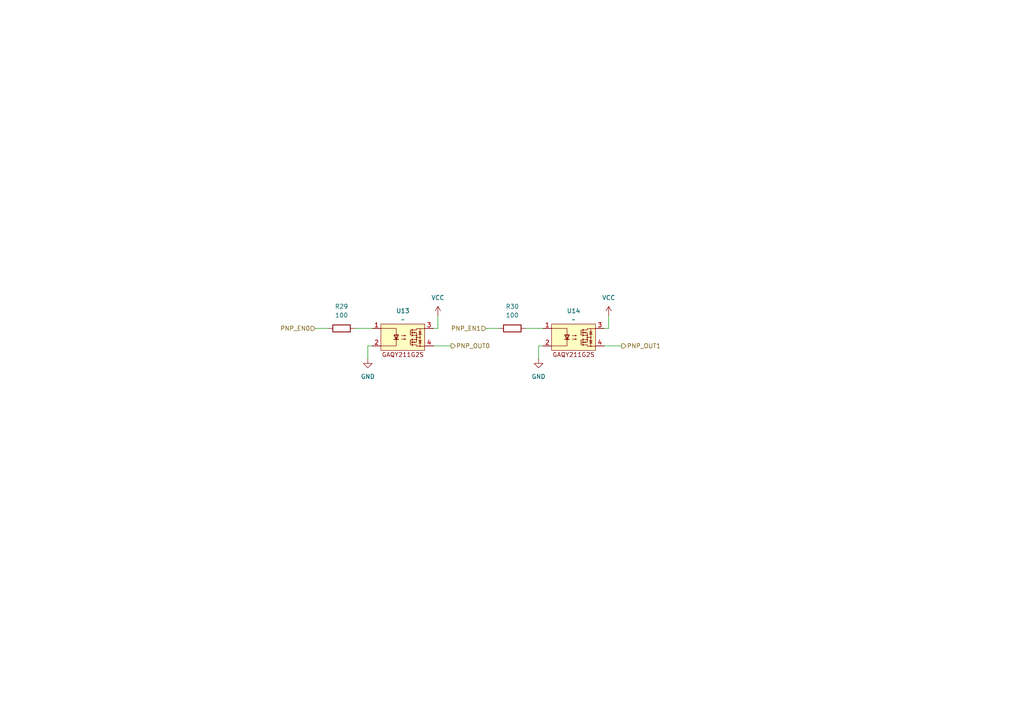
<source format=kicad_sch>
(kicad_sch
	(version 20250114)
	(generator "eeschema")
	(generator_version "9.0")
	(uuid "6b90f695-c192-42b5-bcb6-eae49eac3079")
	(paper "A4")
	(lib_symbols
		(symbol "Device:R"
			(pin_numbers
				(hide yes)
			)
			(pin_names
				(offset 0)
			)
			(exclude_from_sim no)
			(in_bom yes)
			(on_board yes)
			(property "Reference" "R"
				(at 2.032 0 90)
				(effects
					(font
						(size 1.27 1.27)
					)
				)
			)
			(property "Value" "R"
				(at 0 0 90)
				(effects
					(font
						(size 1.27 1.27)
					)
				)
			)
			(property "Footprint" ""
				(at -1.778 0 90)
				(effects
					(font
						(size 1.27 1.27)
					)
					(hide yes)
				)
			)
			(property "Datasheet" "~"
				(at 0 0 0)
				(effects
					(font
						(size 1.27 1.27)
					)
					(hide yes)
				)
			)
			(property "Description" "Resistor"
				(at 0 0 0)
				(effects
					(font
						(size 1.27 1.27)
					)
					(hide yes)
				)
			)
			(property "ki_keywords" "R res resistor"
				(at 0 0 0)
				(effects
					(font
						(size 1.27 1.27)
					)
					(hide yes)
				)
			)
			(property "ki_fp_filters" "R_*"
				(at 0 0 0)
				(effects
					(font
						(size 1.27 1.27)
					)
					(hide yes)
				)
			)
			(symbol "R_0_1"
				(rectangle
					(start -1.016 -2.54)
					(end 1.016 2.54)
					(stroke
						(width 0.254)
						(type default)
					)
					(fill
						(type none)
					)
				)
			)
			(symbol "R_1_1"
				(pin passive line
					(at 0 3.81 270)
					(length 1.27)
					(name "~"
						(effects
							(font
								(size 1.27 1.27)
							)
						)
					)
					(number "1"
						(effects
							(font
								(size 1.27 1.27)
							)
						)
					)
				)
				(pin passive line
					(at 0 -3.81 90)
					(length 1.27)
					(name "~"
						(effects
							(font
								(size 1.27 1.27)
							)
						)
					)
					(number "2"
						(effects
							(font
								(size 1.27 1.27)
							)
						)
					)
				)
			)
			(embedded_fonts no)
		)
		(symbol "Riqi_Parts:GAQY211G2S"
			(exclude_from_sim no)
			(in_bom yes)
			(on_board yes)
			(property "Reference" "U"
				(at 0 0 0)
				(effects
					(font
						(size 1.27 1.27)
					)
				)
			)
			(property "Value" ""
				(at 0 0 0)
				(effects
					(font
						(size 1.27 1.27)
					)
				)
			)
			(property "Footprint" "Package_SO:SO-4_4.4x4.3mm_P2.54mm"
				(at 0 0 0)
				(effects
					(font
						(size 1.27 1.27)
					)
					(hide yes)
				)
			)
			(property "Datasheet" "https://lcsc.com/datasheet/lcsc_datasheet_2411220035_SUPSiC-GAQY211G2S_C7435104.pdf"
				(at 0 0 0)
				(effects
					(font
						(size 1.27 1.27)
					)
					(hide yes)
				)
			)
			(property "Description" ""
				(at 0 0 0)
				(effects
					(font
						(size 1.27 1.27)
					)
					(hide yes)
				)
			)
			(symbol "GAQY211G2S_0_1"
				(polyline
					(pts
						(xy -2.54 -2.54) (xy 1.905 -2.54) (xy 1.905 -4.445)
					)
					(stroke
						(width 0)
						(type default)
					)
					(fill
						(type none)
					)
				)
				(polyline
					(pts
						(xy 1.27 -5.715) (xy 2.54 -5.715)
					)
					(stroke
						(width 0.254)
						(type default)
					)
					(fill
						(type none)
					)
				)
				(polyline
					(pts
						(xy 1.905 -4.191) (xy 1.905 -7.62) (xy -2.54 -7.62)
					)
					(stroke
						(width 0)
						(type default)
					)
					(fill
						(type none)
					)
				)
				(polyline
					(pts
						(xy 1.905 -5.715) (xy 1.27 -4.445) (xy 2.54 -4.445) (xy 1.905 -5.715)
					)
					(stroke
						(width 0.254)
						(type default)
					)
					(fill
						(type none)
					)
				)
				(polyline
					(pts
						(xy 3.4016 -4.6346) (xy 4.6716 -4.6346) (xy 4.2906 -4.7616) (xy 4.2906 -4.5076) (xy 4.6716 -4.6346)
					)
					(stroke
						(width 0)
						(type default)
					)
					(fill
						(type none)
					)
				)
				(polyline
					(pts
						(xy 3.4016 -5.6506) (xy 4.6716 -5.6506) (xy 4.2906 -5.7776) (xy 4.2906 -5.5236) (xy 4.6716 -5.6506)
					)
					(stroke
						(width 0)
						(type default)
					)
					(fill
						(type none)
					)
				)
				(polyline
					(pts
						(xy 6.004 -3.0018) (xy 6.004 -4.5258)
					)
					(stroke
						(width 0.2032)
						(type default)
					)
					(fill
						(type none)
					)
				)
				(polyline
					(pts
						(xy 6.004 -5.7958) (xy 6.004 -7.3198)
					)
					(stroke
						(width 0.2032)
						(type default)
					)
					(fill
						(type none)
					)
				)
				(polyline
					(pts
						(xy 6.512 -2.8748) (xy 6.512 -3.1288) (xy 6.512 -3.1288)
					)
					(stroke
						(width 0.3556)
						(type default)
					)
					(fill
						(type none)
					)
				)
				(polyline
					(pts
						(xy 6.512 -3.6368) (xy 6.512 -3.8908) (xy 6.512 -3.8908)
					)
					(stroke
						(width 0.3556)
						(type default)
					)
					(fill
						(type none)
					)
				)
				(polyline
					(pts
						(xy 6.512 -4.3988) (xy 6.512 -4.6528) (xy 6.512 -4.6528)
					)
					(stroke
						(width 0.3556)
						(type default)
					)
					(fill
						(type none)
					)
				)
				(polyline
					(pts
						(xy 6.512 -5.6688) (xy 6.512 -5.9228)
					)
					(stroke
						(width 0.3556)
						(type default)
					)
					(fill
						(type none)
					)
				)
				(polyline
					(pts
						(xy 6.512 -6.4308) (xy 6.512 -6.6848) (xy 6.512 -6.6848)
					)
					(stroke
						(width 0.3556)
						(type default)
					)
					(fill
						(type none)
					)
				)
				(polyline
					(pts
						(xy 6.512 -7.1928) (xy 6.512 -7.4468) (xy 6.512 -7.4468)
					)
					(stroke
						(width 0.3556)
						(type default)
					)
					(fill
						(type none)
					)
				)
				(polyline
					(pts
						(xy 6.639 -3.0018) (xy 7.782 -3.0018) (xy 7.782 -2.6208) (xy 10.068 -2.6208)
					)
					(stroke
						(width 0)
						(type default)
					)
					(fill
						(type none)
					)
				)
				(polyline
					(pts
						(xy 6.639 -3.7638) (xy 7.782 -3.7638) (xy 7.782 -4.5258)
					)
					(stroke
						(width 0)
						(type default)
					)
					(fill
						(type none)
					)
				)
				(polyline
					(pts
						(xy 6.639 -5.7958) (xy 7.782 -5.7958) (xy 7.782 -4.5258) (xy 6.639 -4.5258)
					)
					(stroke
						(width 0)
						(type default)
					)
					(fill
						(type none)
					)
				)
				(polyline
					(pts
						(xy 6.639 -6.5578) (xy 7.782 -6.5578) (xy 7.782 -5.7958)
					)
					(stroke
						(width 0)
						(type default)
					)
					(fill
						(type none)
					)
				)
				(polyline
					(pts
						(xy 6.639 -7.3198) (xy 7.782 -7.3198) (xy 7.782 -7.7008) (xy 10.068 -7.7008)
					)
					(stroke
						(width 0)
						(type default)
					)
					(fill
						(type none)
					)
				)
				(polyline
					(pts
						(xy 6.766 -3.7638) (xy 7.274 -3.6368) (xy 7.274 -3.8908) (xy 6.766 -3.7638)
					)
					(stroke
						(width 0)
						(type default)
					)
					(fill
						(type none)
					)
				)
				(polyline
					(pts
						(xy 6.766 -6.5578) (xy 7.274 -6.4308) (xy 7.274 -6.6848) (xy 6.766 -6.5578)
					)
					(stroke
						(width 0)
						(type default)
					)
					(fill
						(type none)
					)
				)
				(circle
					(center 7.782 -4.5258)
					(radius 0.127)
					(stroke
						(width 0)
						(type default)
					)
					(fill
						(type none)
					)
				)
				(polyline
					(pts
						(xy 7.782 -5.1608) (xy 8.798 -5.1608)
					)
					(stroke
						(width 0)
						(type default)
					)
					(fill
						(type none)
					)
				)
				(circle
					(center 7.782 -5.1608)
					(radius 0.127)
					(stroke
						(width 0)
						(type default)
					)
					(fill
						(type none)
					)
				)
				(circle
					(center 7.782 -5.7958)
					(radius 0.127)
					(stroke
						(width 0)
						(type default)
					)
					(fill
						(type none)
					)
				)
				(polyline
					(pts
						(xy 8.417 -3.5098) (xy 9.179 -3.5098)
					)
					(stroke
						(width 0)
						(type default)
					)
					(fill
						(type none)
					)
				)
				(polyline
					(pts
						(xy 8.417 -6.8118) (xy 9.179 -6.8118)
					)
					(stroke
						(width 0)
						(type default)
					)
					(fill
						(type none)
					)
				)
				(polyline
					(pts
						(xy 8.798 -3.5098) (xy 8.417 -4.2718) (xy 9.179 -4.2718) (xy 8.798 -3.5098)
					)
					(stroke
						(width 0)
						(type default)
					)
					(fill
						(type none)
					)
				)
				(circle
					(center 8.798 -5.1608)
					(radius 0.127)
					(stroke
						(width 0)
						(type default)
					)
					(fill
						(type none)
					)
				)
				(polyline
					(pts
						(xy 8.798 -6.8118) (xy 8.417 -6.0498) (xy 9.179 -6.0498) (xy 8.798 -6.8118)
					)
					(stroke
						(width 0)
						(type default)
					)
					(fill
						(type none)
					)
				)
				(polyline
					(pts
						(xy 8.798 -7.7008) (xy 8.798 -2.6208)
					)
					(stroke
						(width 0)
						(type default)
					)
					(fill
						(type none)
					)
				)
				(circle
					(center 8.798 -7.7008)
					(radius 0.127)
					(stroke
						(width 0)
						(type default)
					)
					(fill
						(type none)
					)
				)
			)
			(symbol "GAQY211G2S_1_1"
				(rectangle
					(start -2.54 -1.27)
					(end 10.16 -8.89)
					(stroke
						(width 0)
						(type solid)
					)
					(fill
						(type background)
					)
				)
				(text "GAQY211G2S\n"
					(at 3.81 -10.16 0)
					(effects
						(font
							(size 1.27 1.27)
						)
					)
				)
				(pin input line
					(at -5.08 -2.54 0)
					(length 2.54)
					(name ""
						(effects
							(font
								(size 1.27 1.27)
							)
						)
					)
					(number "1"
						(effects
							(font
								(size 1.27 1.27)
							)
						)
					)
				)
				(pin input line
					(at -5.08 -7.62 0)
					(length 2.54)
					(name ""
						(effects
							(font
								(size 1.27 1.27)
							)
						)
					)
					(number "2"
						(effects
							(font
								(size 1.27 1.27)
							)
						)
					)
				)
				(pin input line
					(at 12.7 -2.54 180)
					(length 2.54)
					(name ""
						(effects
							(font
								(size 1.27 1.27)
							)
						)
					)
					(number "3"
						(effects
							(font
								(size 1.27 1.27)
							)
						)
					)
				)
				(pin input line
					(at 12.7 -7.62 180)
					(length 2.54)
					(name ""
						(effects
							(font
								(size 1.27 1.27)
							)
						)
					)
					(number "4"
						(effects
							(font
								(size 1.27 1.27)
							)
						)
					)
				)
			)
			(embedded_fonts no)
		)
		(symbol "power:GND"
			(power)
			(pin_numbers
				(hide yes)
			)
			(pin_names
				(offset 0)
				(hide yes)
			)
			(exclude_from_sim no)
			(in_bom yes)
			(on_board yes)
			(property "Reference" "#PWR"
				(at 0 -6.35 0)
				(effects
					(font
						(size 1.27 1.27)
					)
					(hide yes)
				)
			)
			(property "Value" "GND"
				(at 0 -3.81 0)
				(effects
					(font
						(size 1.27 1.27)
					)
				)
			)
			(property "Footprint" ""
				(at 0 0 0)
				(effects
					(font
						(size 1.27 1.27)
					)
					(hide yes)
				)
			)
			(property "Datasheet" ""
				(at 0 0 0)
				(effects
					(font
						(size 1.27 1.27)
					)
					(hide yes)
				)
			)
			(property "Description" "Power symbol creates a global label with name \"GND\" , ground"
				(at 0 0 0)
				(effects
					(font
						(size 1.27 1.27)
					)
					(hide yes)
				)
			)
			(property "ki_keywords" "global power"
				(at 0 0 0)
				(effects
					(font
						(size 1.27 1.27)
					)
					(hide yes)
				)
			)
			(symbol "GND_0_1"
				(polyline
					(pts
						(xy 0 0) (xy 0 -1.27) (xy 1.27 -1.27) (xy 0 -2.54) (xy -1.27 -1.27) (xy 0 -1.27)
					)
					(stroke
						(width 0)
						(type default)
					)
					(fill
						(type none)
					)
				)
			)
			(symbol "GND_1_1"
				(pin power_in line
					(at 0 0 270)
					(length 0)
					(name "~"
						(effects
							(font
								(size 1.27 1.27)
							)
						)
					)
					(number "1"
						(effects
							(font
								(size 1.27 1.27)
							)
						)
					)
				)
			)
			(embedded_fonts no)
		)
		(symbol "power:VCC"
			(power)
			(pin_numbers
				(hide yes)
			)
			(pin_names
				(offset 0)
				(hide yes)
			)
			(exclude_from_sim no)
			(in_bom yes)
			(on_board yes)
			(property "Reference" "#PWR"
				(at 0 -3.81 0)
				(effects
					(font
						(size 1.27 1.27)
					)
					(hide yes)
				)
			)
			(property "Value" "VCC"
				(at 0 3.556 0)
				(effects
					(font
						(size 1.27 1.27)
					)
				)
			)
			(property "Footprint" ""
				(at 0 0 0)
				(effects
					(font
						(size 1.27 1.27)
					)
					(hide yes)
				)
			)
			(property "Datasheet" ""
				(at 0 0 0)
				(effects
					(font
						(size 1.27 1.27)
					)
					(hide yes)
				)
			)
			(property "Description" "Power symbol creates a global label with name \"VCC\""
				(at 0 0 0)
				(effects
					(font
						(size 1.27 1.27)
					)
					(hide yes)
				)
			)
			(property "ki_keywords" "global power"
				(at 0 0 0)
				(effects
					(font
						(size 1.27 1.27)
					)
					(hide yes)
				)
			)
			(symbol "VCC_0_1"
				(polyline
					(pts
						(xy -0.762 1.27) (xy 0 2.54)
					)
					(stroke
						(width 0)
						(type default)
					)
					(fill
						(type none)
					)
				)
				(polyline
					(pts
						(xy 0 2.54) (xy 0.762 1.27)
					)
					(stroke
						(width 0)
						(type default)
					)
					(fill
						(type none)
					)
				)
				(polyline
					(pts
						(xy 0 0) (xy 0 2.54)
					)
					(stroke
						(width 0)
						(type default)
					)
					(fill
						(type none)
					)
				)
			)
			(symbol "VCC_1_1"
				(pin power_in line
					(at 0 0 90)
					(length 0)
					(name "~"
						(effects
							(font
								(size 1.27 1.27)
							)
						)
					)
					(number "1"
						(effects
							(font
								(size 1.27 1.27)
							)
						)
					)
				)
			)
			(embedded_fonts no)
		)
	)
	(wire
		(pts
			(xy 140.97 95.25) (xy 144.78 95.25)
		)
		(stroke
			(width 0)
			(type default)
		)
		(uuid "3245a4c3-9344-4301-9acd-070dbedeebca")
	)
	(wire
		(pts
			(xy 102.87 95.25) (xy 107.95 95.25)
		)
		(stroke
			(width 0)
			(type default)
		)
		(uuid "32ecf3bf-b94a-4a15-a4a2-bd1a7fdfa625")
	)
	(wire
		(pts
			(xy 125.73 95.25) (xy 127 95.25)
		)
		(stroke
			(width 0)
			(type default)
		)
		(uuid "3ebd1996-2deb-4b2e-93c9-2b601b031353")
	)
	(wire
		(pts
			(xy 176.53 95.25) (xy 176.53 91.44)
		)
		(stroke
			(width 0)
			(type default)
		)
		(uuid "4646760c-d6ee-4fe4-9aa4-aa4ccc450384")
	)
	(wire
		(pts
			(xy 152.4 95.25) (xy 157.48 95.25)
		)
		(stroke
			(width 0)
			(type default)
		)
		(uuid "50d0cb99-7ee6-4582-ae40-b0182baddb1a")
	)
	(wire
		(pts
			(xy 175.26 100.33) (xy 180.34 100.33)
		)
		(stroke
			(width 0)
			(type default)
		)
		(uuid "62853d0e-11ad-425c-88bf-41b9a11a038b")
	)
	(wire
		(pts
			(xy 156.21 104.14) (xy 156.21 100.33)
		)
		(stroke
			(width 0)
			(type default)
		)
		(uuid "6f31c9bd-6b45-4947-9ba8-c7c8d5fb446d")
	)
	(wire
		(pts
			(xy 106.68 104.14) (xy 106.68 100.33)
		)
		(stroke
			(width 0)
			(type default)
		)
		(uuid "7cc5ed8b-353e-4f2f-8f1d-a0950a2f3561")
	)
	(wire
		(pts
			(xy 156.21 100.33) (xy 157.48 100.33)
		)
		(stroke
			(width 0)
			(type default)
		)
		(uuid "7e24afa5-e55a-45a7-9563-42a299285ab8")
	)
	(wire
		(pts
			(xy 91.44 95.25) (xy 95.25 95.25)
		)
		(stroke
			(width 0)
			(type default)
		)
		(uuid "8e6cfb6f-e0bc-4810-99ba-201aeecb9e34")
	)
	(wire
		(pts
			(xy 106.68 100.33) (xy 107.95 100.33)
		)
		(stroke
			(width 0)
			(type default)
		)
		(uuid "9a9c72db-6948-4fd1-9eb5-44169f9f2e77")
	)
	(wire
		(pts
			(xy 175.26 95.25) (xy 176.53 95.25)
		)
		(stroke
			(width 0)
			(type default)
		)
		(uuid "cc84b4d9-0752-4f6f-90bf-b0bad945f0cf")
	)
	(wire
		(pts
			(xy 125.73 100.33) (xy 130.81 100.33)
		)
		(stroke
			(width 0)
			(type default)
		)
		(uuid "d8d13438-f9f8-4f7f-99c5-f8ddab16c8f3")
	)
	(wire
		(pts
			(xy 127 95.25) (xy 127 91.44)
		)
		(stroke
			(width 0)
			(type default)
		)
		(uuid "f94fe292-8a1b-4d9c-b24d-56ec6692c143")
	)
	(hierarchical_label "PNP_OUT1"
		(shape output)
		(at 180.34 100.33 0)
		(effects
			(font
				(size 1.27 1.27)
			)
			(justify left)
		)
		(uuid "2f91d937-7aee-404f-9c04-a165a1e61db0")
	)
	(hierarchical_label "PNP_OUT0"
		(shape output)
		(at 130.81 100.33 0)
		(effects
			(font
				(size 1.27 1.27)
			)
			(justify left)
		)
		(uuid "314a2d2a-972b-49bc-808b-65028d823b25")
	)
	(hierarchical_label "PNP_EN0"
		(shape input)
		(at 91.44 95.25 180)
		(effects
			(font
				(size 1.27 1.27)
			)
			(justify right)
		)
		(uuid "5721e82c-43f0-46d1-a56f-960f8350c2b0")
	)
	(hierarchical_label "PNP_EN1"
		(shape input)
		(at 140.97 95.25 180)
		(effects
			(font
				(size 1.27 1.27)
			)
			(justify right)
		)
		(uuid "6c69187f-f5b6-419d-90b7-a5eb883fcb25")
	)
	(symbol
		(lib_id "Riqi_Parts:GAQY211G2S")
		(at 162.56 92.71 0)
		(unit 1)
		(exclude_from_sim no)
		(in_bom yes)
		(on_board yes)
		(dnp no)
		(fields_autoplaced yes)
		(uuid "0811d423-dc83-44a7-bac4-f28d24daba94")
		(property "Reference" "U14"
			(at 166.37 90.17 0)
			(effects
				(font
					(size 1.27 1.27)
				)
			)
		)
		(property "Value" "~"
			(at 166.37 92.71 0)
			(effects
				(font
					(size 1.27 1.27)
				)
			)
		)
		(property "Footprint" "Package_SO:SO-4_4.4x4.3mm_P2.54mm"
			(at 162.56 92.71 0)
			(effects
				(font
					(size 1.27 1.27)
				)
				(hide yes)
			)
		)
		(property "Datasheet" "https://lcsc.com/datasheet/lcsc_datasheet_2411220035_SUPSiC-GAQY211G2S_C7435104.pdf"
			(at 162.56 92.71 0)
			(effects
				(font
					(size 1.27 1.27)
				)
				(hide yes)
			)
		)
		(property "Description" ""
			(at 162.56 92.71 0)
			(effects
				(font
					(size 1.27 1.27)
				)
				(hide yes)
			)
		)
		(pin "3"
			(uuid "6956385a-df38-40ba-a148-6655bf2463a7")
		)
		(pin "1"
			(uuid "31d46872-1822-478c-bbea-db2fff7c4830")
		)
		(pin "2"
			(uuid "614e8f95-864c-44ec-83cf-55ed048c031f")
		)
		(pin "4"
			(uuid "2308afe4-ca82-4b68-95cd-3aaf21f1738a")
		)
		(instances
			(project "NIVARA"
				(path "/8290cc18-06d0-4e02-a781-29a61ebc321a/9e4d7a0c-a5eb-4e88-9036-0c35e68b279a/75a26718-4d1a-4f94-8a92-dbb42fb796de"
					(reference "U14")
					(unit 1)
				)
			)
		)
	)
	(symbol
		(lib_id "Riqi_Parts:GAQY211G2S")
		(at 113.03 92.71 0)
		(unit 1)
		(exclude_from_sim no)
		(in_bom yes)
		(on_board yes)
		(dnp no)
		(fields_autoplaced yes)
		(uuid "46c6d2e1-33d5-4826-a9c7-c7cde65d96fe")
		(property "Reference" "U13"
			(at 116.84 90.17 0)
			(effects
				(font
					(size 1.27 1.27)
				)
			)
		)
		(property "Value" "~"
			(at 116.84 92.71 0)
			(effects
				(font
					(size 1.27 1.27)
				)
			)
		)
		(property "Footprint" "Package_SO:SO-4_4.4x4.3mm_P2.54mm"
			(at 113.03 92.71 0)
			(effects
				(font
					(size 1.27 1.27)
				)
				(hide yes)
			)
		)
		(property "Datasheet" "https://lcsc.com/datasheet/lcsc_datasheet_2411220035_SUPSiC-GAQY211G2S_C7435104.pdf"
			(at 113.03 92.71 0)
			(effects
				(font
					(size 1.27 1.27)
				)
				(hide yes)
			)
		)
		(property "Description" ""
			(at 113.03 92.71 0)
			(effects
				(font
					(size 1.27 1.27)
				)
				(hide yes)
			)
		)
		(pin "3"
			(uuid "d9622907-61f9-434c-87c3-53549ec9b44e")
		)
		(pin "1"
			(uuid "9fcb584d-0bc0-45da-8fbf-c2fec62835fe")
		)
		(pin "2"
			(uuid "83df3f4c-2a9d-4e6c-97dc-f1134a5bfa50")
		)
		(pin "4"
			(uuid "d0497e73-7f72-4472-aefd-835f9d2ee9da")
		)
		(instances
			(project "NIVARA"
				(path "/8290cc18-06d0-4e02-a781-29a61ebc321a/9e4d7a0c-a5eb-4e88-9036-0c35e68b279a/75a26718-4d1a-4f94-8a92-dbb42fb796de"
					(reference "U13")
					(unit 1)
				)
			)
		)
	)
	(symbol
		(lib_id "power:GND")
		(at 156.21 104.14 0)
		(unit 1)
		(exclude_from_sim no)
		(in_bom yes)
		(on_board yes)
		(dnp no)
		(fields_autoplaced yes)
		(uuid "60209b14-de42-4cb0-8dad-2620a845bc89")
		(property "Reference" "#PWR056"
			(at 156.21 110.49 0)
			(effects
				(font
					(size 1.27 1.27)
				)
				(hide yes)
			)
		)
		(property "Value" "GND"
			(at 156.21 109.22 0)
			(effects
				(font
					(size 1.27 1.27)
				)
			)
		)
		(property "Footprint" ""
			(at 156.21 104.14 0)
			(effects
				(font
					(size 1.27 1.27)
				)
				(hide yes)
			)
		)
		(property "Datasheet" ""
			(at 156.21 104.14 0)
			(effects
				(font
					(size 1.27 1.27)
				)
				(hide yes)
			)
		)
		(property "Description" "Power symbol creates a global label with name \"GND\" , ground"
			(at 156.21 104.14 0)
			(effects
				(font
					(size 1.27 1.27)
				)
				(hide yes)
			)
		)
		(pin "1"
			(uuid "6f838582-e6ea-4837-a3a2-8fec18e72638")
		)
		(instances
			(project "NIVARA"
				(path "/8290cc18-06d0-4e02-a781-29a61ebc321a/9e4d7a0c-a5eb-4e88-9036-0c35e68b279a/75a26718-4d1a-4f94-8a92-dbb42fb796de"
					(reference "#PWR056")
					(unit 1)
				)
			)
		)
	)
	(symbol
		(lib_id "power:VCC")
		(at 176.53 91.44 0)
		(unit 1)
		(exclude_from_sim no)
		(in_bom yes)
		(on_board yes)
		(dnp no)
		(fields_autoplaced yes)
		(uuid "6b7f8dbd-0917-4624-947f-4110adeedc99")
		(property "Reference" "#PWR057"
			(at 176.53 95.25 0)
			(effects
				(font
					(size 1.27 1.27)
				)
				(hide yes)
			)
		)
		(property "Value" "VCC"
			(at 176.53 86.36 0)
			(effects
				(font
					(size 1.27 1.27)
				)
			)
		)
		(property "Footprint" ""
			(at 176.53 91.44 0)
			(effects
				(font
					(size 1.27 1.27)
				)
				(hide yes)
			)
		)
		(property "Datasheet" ""
			(at 176.53 91.44 0)
			(effects
				(font
					(size 1.27 1.27)
				)
				(hide yes)
			)
		)
		(property "Description" "Power symbol creates a global label with name \"VCC\""
			(at 176.53 91.44 0)
			(effects
				(font
					(size 1.27 1.27)
				)
				(hide yes)
			)
		)
		(pin "1"
			(uuid "1a2fefd0-2ab7-41c7-a6d7-e026a5ffc4ea")
		)
		(instances
			(project "NIVARA"
				(path "/8290cc18-06d0-4e02-a781-29a61ebc321a/9e4d7a0c-a5eb-4e88-9036-0c35e68b279a/75a26718-4d1a-4f94-8a92-dbb42fb796de"
					(reference "#PWR057")
					(unit 1)
				)
			)
		)
	)
	(symbol
		(lib_id "power:GND")
		(at 106.68 104.14 0)
		(unit 1)
		(exclude_from_sim no)
		(in_bom yes)
		(on_board yes)
		(dnp no)
		(fields_autoplaced yes)
		(uuid "a741e774-7e8b-4d99-bf4a-9f82c2a19caa")
		(property "Reference" "#PWR033"
			(at 106.68 110.49 0)
			(effects
				(font
					(size 1.27 1.27)
				)
				(hide yes)
			)
		)
		(property "Value" "GND"
			(at 106.68 109.22 0)
			(effects
				(font
					(size 1.27 1.27)
				)
			)
		)
		(property "Footprint" ""
			(at 106.68 104.14 0)
			(effects
				(font
					(size 1.27 1.27)
				)
				(hide yes)
			)
		)
		(property "Datasheet" ""
			(at 106.68 104.14 0)
			(effects
				(font
					(size 1.27 1.27)
				)
				(hide yes)
			)
		)
		(property "Description" "Power symbol creates a global label with name \"GND\" , ground"
			(at 106.68 104.14 0)
			(effects
				(font
					(size 1.27 1.27)
				)
				(hide yes)
			)
		)
		(pin "1"
			(uuid "0f3350c7-acf8-42a7-adaf-8b3f01d0e634")
		)
		(instances
			(project "NIVARA"
				(path "/8290cc18-06d0-4e02-a781-29a61ebc321a/9e4d7a0c-a5eb-4e88-9036-0c35e68b279a/75a26718-4d1a-4f94-8a92-dbb42fb796de"
					(reference "#PWR033")
					(unit 1)
				)
			)
		)
	)
	(symbol
		(lib_id "Device:R")
		(at 148.59 95.25 90)
		(unit 1)
		(exclude_from_sim no)
		(in_bom yes)
		(on_board yes)
		(dnp no)
		(fields_autoplaced yes)
		(uuid "b9e6acd4-a0c9-48c7-857f-2613e16cd958")
		(property "Reference" "R30"
			(at 148.59 88.9 90)
			(effects
				(font
					(size 1.27 1.27)
				)
			)
		)
		(property "Value" "100"
			(at 148.59 91.44 90)
			(effects
				(font
					(size 1.27 1.27)
				)
			)
		)
		(property "Footprint" ""
			(at 148.59 97.028 90)
			(effects
				(font
					(size 1.27 1.27)
				)
				(hide yes)
			)
		)
		(property "Datasheet" "~"
			(at 148.59 95.25 0)
			(effects
				(font
					(size 1.27 1.27)
				)
				(hide yes)
			)
		)
		(property "Description" "Resistor"
			(at 148.59 95.25 0)
			(effects
				(font
					(size 1.27 1.27)
				)
				(hide yes)
			)
		)
		(pin "1"
			(uuid "685d475c-a39a-458f-9563-f75caa10202a")
		)
		(pin "2"
			(uuid "fd161cb3-6781-4fc9-8313-9aba681c498c")
		)
		(instances
			(project "NIVARA"
				(path "/8290cc18-06d0-4e02-a781-29a61ebc321a/9e4d7a0c-a5eb-4e88-9036-0c35e68b279a/75a26718-4d1a-4f94-8a92-dbb42fb796de"
					(reference "R30")
					(unit 1)
				)
			)
		)
	)
	(symbol
		(lib_id "Device:R")
		(at 99.06 95.25 90)
		(unit 1)
		(exclude_from_sim no)
		(in_bom yes)
		(on_board yes)
		(dnp no)
		(fields_autoplaced yes)
		(uuid "ba29a8fe-c60c-4cf3-baf8-2e87389e5dd8")
		(property "Reference" "R29"
			(at 99.06 88.9 90)
			(effects
				(font
					(size 1.27 1.27)
				)
			)
		)
		(property "Value" "100"
			(at 99.06 91.44 90)
			(effects
				(font
					(size 1.27 1.27)
				)
			)
		)
		(property "Footprint" ""
			(at 99.06 97.028 90)
			(effects
				(font
					(size 1.27 1.27)
				)
				(hide yes)
			)
		)
		(property "Datasheet" "~"
			(at 99.06 95.25 0)
			(effects
				(font
					(size 1.27 1.27)
				)
				(hide yes)
			)
		)
		(property "Description" "Resistor"
			(at 99.06 95.25 0)
			(effects
				(font
					(size 1.27 1.27)
				)
				(hide yes)
			)
		)
		(pin "1"
			(uuid "c67698f5-8441-498c-a763-73884e793d87")
		)
		(pin "2"
			(uuid "79abff8e-47c3-4d8a-93f3-99b72d8270f3")
		)
		(instances
			(project "NIVARA"
				(path "/8290cc18-06d0-4e02-a781-29a61ebc321a/9e4d7a0c-a5eb-4e88-9036-0c35e68b279a/75a26718-4d1a-4f94-8a92-dbb42fb796de"
					(reference "R29")
					(unit 1)
				)
			)
		)
	)
	(symbol
		(lib_id "power:VCC")
		(at 127 91.44 0)
		(unit 1)
		(exclude_from_sim no)
		(in_bom yes)
		(on_board yes)
		(dnp no)
		(fields_autoplaced yes)
		(uuid "d2ac5b92-9a8a-49f4-adb7-87bce3c97c9d")
		(property "Reference" "#PWR051"
			(at 127 95.25 0)
			(effects
				(font
					(size 1.27 1.27)
				)
				(hide yes)
			)
		)
		(property "Value" "VCC"
			(at 127 86.36 0)
			(effects
				(font
					(size 1.27 1.27)
				)
			)
		)
		(property "Footprint" ""
			(at 127 91.44 0)
			(effects
				(font
					(size 1.27 1.27)
				)
				(hide yes)
			)
		)
		(property "Datasheet" ""
			(at 127 91.44 0)
			(effects
				(font
					(size 1.27 1.27)
				)
				(hide yes)
			)
		)
		(property "Description" "Power symbol creates a global label with name \"VCC\""
			(at 127 91.44 0)
			(effects
				(font
					(size 1.27 1.27)
				)
				(hide yes)
			)
		)
		(pin "1"
			(uuid "2665c9c9-d191-4833-b9de-992d71c28951")
		)
		(instances
			(project "NIVARA"
				(path "/8290cc18-06d0-4e02-a781-29a61ebc321a/9e4d7a0c-a5eb-4e88-9036-0c35e68b279a/75a26718-4d1a-4f94-8a92-dbb42fb796de"
					(reference "#PWR051")
					(unit 1)
				)
			)
		)
	)
)

</source>
